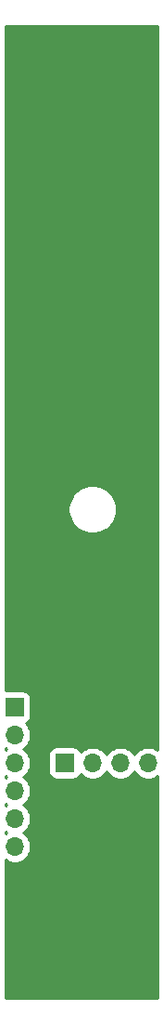
<source format=gbl>
%TF.GenerationSoftware,KiCad,Pcbnew,5.99.0+really5.1.9+dfsg1-1*%
%TF.CreationDate,2021-05-09T00:16:48+10:00*%
%TF.ProjectId,minisynth32,6d696e69-7379-46e7-9468-33322e6b6963,1.0*%
%TF.SameCoordinates,Original*%
%TF.FileFunction,Copper,L2,Bot*%
%TF.FilePolarity,Positive*%
%FSLAX46Y46*%
G04 Gerber Fmt 4.6, Leading zero omitted, Abs format (unit mm)*
G04 Created by KiCad (PCBNEW 5.99.0+really5.1.9+dfsg1-1) date 2021-05-09 00:16:48*
%MOMM*%
%LPD*%
G01*
G04 APERTURE LIST*
%TA.AperFunction,ComponentPad*%
%ADD10O,1.700000X1.700000*%
%TD*%
%TA.AperFunction,ComponentPad*%
%ADD11R,1.700000X1.700000*%
%TD*%
%TA.AperFunction,NonConductor*%
%ADD12C,0.254000*%
%TD*%
%TA.AperFunction,NonConductor*%
%ADD13C,0.100000*%
%TD*%
G04 APERTURE END LIST*
D10*
%TO.P,J7,4*%
%TO.N,Net-(J6-Pad6)*%
X125476000Y-119634000D03*
%TO.P,J7,3*%
%TO.N,Net-(J6-Pad5)*%
X122936000Y-119634000D03*
%TO.P,J7,2*%
%TO.N,Net-(J6-Pad4)*%
X120396000Y-119634000D03*
D11*
%TO.P,J7,1*%
%TO.N,Net-(J6-Pad3)*%
X117856000Y-119634000D03*
%TD*%
D10*
%TO.P,J6,6*%
%TO.N,Net-(J6-Pad6)*%
X113284000Y-127254000D03*
%TO.P,J6,5*%
%TO.N,Net-(J6-Pad5)*%
X113284000Y-124714000D03*
%TO.P,J6,4*%
%TO.N,Net-(J6-Pad4)*%
X113284000Y-122174000D03*
%TO.P,J6,3*%
%TO.N,Net-(J6-Pad3)*%
X113284000Y-119634000D03*
%TO.P,J6,2*%
%TO.N,Net-(J6-Pad2)*%
X113284000Y-117094000D03*
D11*
%TO.P,J6,1*%
%TO.N,Net-(J6-Pad1)*%
X113284000Y-114554000D03*
%TD*%
D12*
X126340001Y-68801581D02*
X126340000Y-73438418D01*
X126340001Y-73438428D01*
X126340000Y-112808418D01*
X126340001Y-112808428D01*
X126340000Y-117380418D01*
X126340001Y-117380428D01*
X126340001Y-118425313D01*
X126179411Y-118318010D01*
X125909158Y-118206068D01*
X125622260Y-118149000D01*
X125329740Y-118149000D01*
X125042842Y-118206068D01*
X124772589Y-118318010D01*
X124529368Y-118480525D01*
X124322525Y-118687368D01*
X124206000Y-118861760D01*
X124089475Y-118687368D01*
X123882632Y-118480525D01*
X123639411Y-118318010D01*
X123369158Y-118206068D01*
X123082260Y-118149000D01*
X122789740Y-118149000D01*
X122502842Y-118206068D01*
X122232589Y-118318010D01*
X121989368Y-118480525D01*
X121782525Y-118687368D01*
X121666000Y-118861760D01*
X121549475Y-118687368D01*
X121342632Y-118480525D01*
X121099411Y-118318010D01*
X120829158Y-118206068D01*
X120542260Y-118149000D01*
X120249740Y-118149000D01*
X119962842Y-118206068D01*
X119692589Y-118318010D01*
X119449368Y-118480525D01*
X119317513Y-118612380D01*
X119295502Y-118539820D01*
X119236537Y-118429506D01*
X119157185Y-118332815D01*
X119060494Y-118253463D01*
X118950180Y-118194498D01*
X118830482Y-118158188D01*
X118706000Y-118145928D01*
X117006000Y-118145928D01*
X116881518Y-118158188D01*
X116761820Y-118194498D01*
X116651506Y-118253463D01*
X116554815Y-118332815D01*
X116475463Y-118429506D01*
X116416498Y-118539820D01*
X116380188Y-118659518D01*
X116367928Y-118784000D01*
X116367928Y-120484000D01*
X116380188Y-120608482D01*
X116416498Y-120728180D01*
X116475463Y-120838494D01*
X116554815Y-120935185D01*
X116651506Y-121014537D01*
X116761820Y-121073502D01*
X116881518Y-121109812D01*
X117006000Y-121122072D01*
X118706000Y-121122072D01*
X118830482Y-121109812D01*
X118950180Y-121073502D01*
X119060494Y-121014537D01*
X119157185Y-120935185D01*
X119236537Y-120838494D01*
X119295502Y-120728180D01*
X119317513Y-120655620D01*
X119449368Y-120787475D01*
X119692589Y-120949990D01*
X119962842Y-121061932D01*
X120249740Y-121119000D01*
X120542260Y-121119000D01*
X120829158Y-121061932D01*
X121099411Y-120949990D01*
X121342632Y-120787475D01*
X121549475Y-120580632D01*
X121666000Y-120406240D01*
X121782525Y-120580632D01*
X121989368Y-120787475D01*
X122232589Y-120949990D01*
X122502842Y-121061932D01*
X122789740Y-121119000D01*
X123082260Y-121119000D01*
X123369158Y-121061932D01*
X123639411Y-120949990D01*
X123882632Y-120787475D01*
X124089475Y-120580632D01*
X124206000Y-120406240D01*
X124322525Y-120580632D01*
X124529368Y-120787475D01*
X124772589Y-120949990D01*
X125042842Y-121061932D01*
X125329740Y-121119000D01*
X125622260Y-121119000D01*
X125909158Y-121061932D01*
X126179411Y-120949990D01*
X126340000Y-120842688D01*
X126340000Y-122649582D01*
X126340001Y-141072000D01*
X112420000Y-141072000D01*
X112420000Y-128462688D01*
X112580589Y-128569990D01*
X112850842Y-128681932D01*
X113137740Y-128739000D01*
X113430260Y-128739000D01*
X113717158Y-128681932D01*
X113987411Y-128569990D01*
X114230632Y-128407475D01*
X114437475Y-128200632D01*
X114599990Y-127957411D01*
X114711932Y-127687158D01*
X114769000Y-127400260D01*
X114769000Y-127107740D01*
X114711932Y-126820842D01*
X114599990Y-126550589D01*
X114437475Y-126307368D01*
X114230632Y-126100525D01*
X114056240Y-125984000D01*
X114230632Y-125867475D01*
X114437475Y-125660632D01*
X114599990Y-125417411D01*
X114711932Y-125147158D01*
X114769000Y-124860260D01*
X114769000Y-124567740D01*
X114711932Y-124280842D01*
X114599990Y-124010589D01*
X114437475Y-123767368D01*
X114230632Y-123560525D01*
X114056240Y-123444000D01*
X114230632Y-123327475D01*
X114437475Y-123120632D01*
X114599990Y-122877411D01*
X114711932Y-122607158D01*
X114769000Y-122320260D01*
X114769000Y-122027740D01*
X114711932Y-121740842D01*
X114599990Y-121470589D01*
X114437475Y-121227368D01*
X114230632Y-121020525D01*
X114056240Y-120904000D01*
X114230632Y-120787475D01*
X114437475Y-120580632D01*
X114599990Y-120337411D01*
X114711932Y-120067158D01*
X114769000Y-119780260D01*
X114769000Y-119487740D01*
X114711932Y-119200842D01*
X114599990Y-118930589D01*
X114437475Y-118687368D01*
X114230632Y-118480525D01*
X114056240Y-118364000D01*
X114230632Y-118247475D01*
X114437475Y-118040632D01*
X114599990Y-117797411D01*
X114711932Y-117527158D01*
X114769000Y-117240260D01*
X114769000Y-116947740D01*
X114711932Y-116660842D01*
X114599990Y-116390589D01*
X114437475Y-116147368D01*
X114305620Y-116015513D01*
X114378180Y-115993502D01*
X114488494Y-115934537D01*
X114585185Y-115855185D01*
X114664537Y-115758494D01*
X114723502Y-115648180D01*
X114759812Y-115528482D01*
X114772072Y-115404000D01*
X114772072Y-113704000D01*
X114759812Y-113579518D01*
X114723502Y-113459820D01*
X114664537Y-113349506D01*
X114585185Y-113252815D01*
X114488494Y-113173463D01*
X114378180Y-113114498D01*
X114258482Y-113078188D01*
X114134000Y-113065928D01*
X112434000Y-113065928D01*
X112420000Y-113067307D01*
X112420000Y-96299872D01*
X118161000Y-96299872D01*
X118161000Y-96740128D01*
X118246890Y-97171925D01*
X118415369Y-97578669D01*
X118659962Y-97944729D01*
X118971271Y-98256038D01*
X119337331Y-98500631D01*
X119744075Y-98669110D01*
X120175872Y-98755000D01*
X120616128Y-98755000D01*
X121047925Y-98669110D01*
X121454669Y-98500631D01*
X121820729Y-98256038D01*
X122132038Y-97944729D01*
X122376631Y-97578669D01*
X122545110Y-97171925D01*
X122631000Y-96740128D01*
X122631000Y-96299872D01*
X122545110Y-95868075D01*
X122376631Y-95461331D01*
X122132038Y-95095271D01*
X121820729Y-94783962D01*
X121454669Y-94539369D01*
X121047925Y-94370890D01*
X120616128Y-94285000D01*
X120175872Y-94285000D01*
X119744075Y-94370890D01*
X119337331Y-94539369D01*
X118971271Y-94783962D01*
X118659962Y-95095271D01*
X118415369Y-95461331D01*
X118246890Y-95868075D01*
X118161000Y-96299872D01*
X112420000Y-96299872D01*
X112420000Y-52476000D01*
X126340000Y-52476000D01*
X126340001Y-68801581D01*
%TA.AperFunction,NonConductor*%
D13*
G36*
X126340001Y-68801581D02*
G01*
X126340000Y-73438418D01*
X126340001Y-73438428D01*
X126340000Y-112808418D01*
X126340001Y-112808428D01*
X126340000Y-117380418D01*
X126340001Y-117380428D01*
X126340001Y-118425313D01*
X126179411Y-118318010D01*
X125909158Y-118206068D01*
X125622260Y-118149000D01*
X125329740Y-118149000D01*
X125042842Y-118206068D01*
X124772589Y-118318010D01*
X124529368Y-118480525D01*
X124322525Y-118687368D01*
X124206000Y-118861760D01*
X124089475Y-118687368D01*
X123882632Y-118480525D01*
X123639411Y-118318010D01*
X123369158Y-118206068D01*
X123082260Y-118149000D01*
X122789740Y-118149000D01*
X122502842Y-118206068D01*
X122232589Y-118318010D01*
X121989368Y-118480525D01*
X121782525Y-118687368D01*
X121666000Y-118861760D01*
X121549475Y-118687368D01*
X121342632Y-118480525D01*
X121099411Y-118318010D01*
X120829158Y-118206068D01*
X120542260Y-118149000D01*
X120249740Y-118149000D01*
X119962842Y-118206068D01*
X119692589Y-118318010D01*
X119449368Y-118480525D01*
X119317513Y-118612380D01*
X119295502Y-118539820D01*
X119236537Y-118429506D01*
X119157185Y-118332815D01*
X119060494Y-118253463D01*
X118950180Y-118194498D01*
X118830482Y-118158188D01*
X118706000Y-118145928D01*
X117006000Y-118145928D01*
X116881518Y-118158188D01*
X116761820Y-118194498D01*
X116651506Y-118253463D01*
X116554815Y-118332815D01*
X116475463Y-118429506D01*
X116416498Y-118539820D01*
X116380188Y-118659518D01*
X116367928Y-118784000D01*
X116367928Y-120484000D01*
X116380188Y-120608482D01*
X116416498Y-120728180D01*
X116475463Y-120838494D01*
X116554815Y-120935185D01*
X116651506Y-121014537D01*
X116761820Y-121073502D01*
X116881518Y-121109812D01*
X117006000Y-121122072D01*
X118706000Y-121122072D01*
X118830482Y-121109812D01*
X118950180Y-121073502D01*
X119060494Y-121014537D01*
X119157185Y-120935185D01*
X119236537Y-120838494D01*
X119295502Y-120728180D01*
X119317513Y-120655620D01*
X119449368Y-120787475D01*
X119692589Y-120949990D01*
X119962842Y-121061932D01*
X120249740Y-121119000D01*
X120542260Y-121119000D01*
X120829158Y-121061932D01*
X121099411Y-120949990D01*
X121342632Y-120787475D01*
X121549475Y-120580632D01*
X121666000Y-120406240D01*
X121782525Y-120580632D01*
X121989368Y-120787475D01*
X122232589Y-120949990D01*
X122502842Y-121061932D01*
X122789740Y-121119000D01*
X123082260Y-121119000D01*
X123369158Y-121061932D01*
X123639411Y-120949990D01*
X123882632Y-120787475D01*
X124089475Y-120580632D01*
X124206000Y-120406240D01*
X124322525Y-120580632D01*
X124529368Y-120787475D01*
X124772589Y-120949990D01*
X125042842Y-121061932D01*
X125329740Y-121119000D01*
X125622260Y-121119000D01*
X125909158Y-121061932D01*
X126179411Y-120949990D01*
X126340000Y-120842688D01*
X126340000Y-122649582D01*
X126340001Y-141072000D01*
X112420000Y-141072000D01*
X112420000Y-128462688D01*
X112580589Y-128569990D01*
X112850842Y-128681932D01*
X113137740Y-128739000D01*
X113430260Y-128739000D01*
X113717158Y-128681932D01*
X113987411Y-128569990D01*
X114230632Y-128407475D01*
X114437475Y-128200632D01*
X114599990Y-127957411D01*
X114711932Y-127687158D01*
X114769000Y-127400260D01*
X114769000Y-127107740D01*
X114711932Y-126820842D01*
X114599990Y-126550589D01*
X114437475Y-126307368D01*
X114230632Y-126100525D01*
X114056240Y-125984000D01*
X114230632Y-125867475D01*
X114437475Y-125660632D01*
X114599990Y-125417411D01*
X114711932Y-125147158D01*
X114769000Y-124860260D01*
X114769000Y-124567740D01*
X114711932Y-124280842D01*
X114599990Y-124010589D01*
X114437475Y-123767368D01*
X114230632Y-123560525D01*
X114056240Y-123444000D01*
X114230632Y-123327475D01*
X114437475Y-123120632D01*
X114599990Y-122877411D01*
X114711932Y-122607158D01*
X114769000Y-122320260D01*
X114769000Y-122027740D01*
X114711932Y-121740842D01*
X114599990Y-121470589D01*
X114437475Y-121227368D01*
X114230632Y-121020525D01*
X114056240Y-120904000D01*
X114230632Y-120787475D01*
X114437475Y-120580632D01*
X114599990Y-120337411D01*
X114711932Y-120067158D01*
X114769000Y-119780260D01*
X114769000Y-119487740D01*
X114711932Y-119200842D01*
X114599990Y-118930589D01*
X114437475Y-118687368D01*
X114230632Y-118480525D01*
X114056240Y-118364000D01*
X114230632Y-118247475D01*
X114437475Y-118040632D01*
X114599990Y-117797411D01*
X114711932Y-117527158D01*
X114769000Y-117240260D01*
X114769000Y-116947740D01*
X114711932Y-116660842D01*
X114599990Y-116390589D01*
X114437475Y-116147368D01*
X114305620Y-116015513D01*
X114378180Y-115993502D01*
X114488494Y-115934537D01*
X114585185Y-115855185D01*
X114664537Y-115758494D01*
X114723502Y-115648180D01*
X114759812Y-115528482D01*
X114772072Y-115404000D01*
X114772072Y-113704000D01*
X114759812Y-113579518D01*
X114723502Y-113459820D01*
X114664537Y-113349506D01*
X114585185Y-113252815D01*
X114488494Y-113173463D01*
X114378180Y-113114498D01*
X114258482Y-113078188D01*
X114134000Y-113065928D01*
X112434000Y-113065928D01*
X112420000Y-113067307D01*
X112420000Y-96299872D01*
X118161000Y-96299872D01*
X118161000Y-96740128D01*
X118246890Y-97171925D01*
X118415369Y-97578669D01*
X118659962Y-97944729D01*
X118971271Y-98256038D01*
X119337331Y-98500631D01*
X119744075Y-98669110D01*
X120175872Y-98755000D01*
X120616128Y-98755000D01*
X121047925Y-98669110D01*
X121454669Y-98500631D01*
X121820729Y-98256038D01*
X122132038Y-97944729D01*
X122376631Y-97578669D01*
X122545110Y-97171925D01*
X122631000Y-96740128D01*
X122631000Y-96299872D01*
X122545110Y-95868075D01*
X122376631Y-95461331D01*
X122132038Y-95095271D01*
X121820729Y-94783962D01*
X121454669Y-94539369D01*
X121047925Y-94370890D01*
X120616128Y-94285000D01*
X120175872Y-94285000D01*
X119744075Y-94370890D01*
X119337331Y-94539369D01*
X118971271Y-94783962D01*
X118659962Y-95095271D01*
X118415369Y-95461331D01*
X118246890Y-95868075D01*
X118161000Y-96299872D01*
X112420000Y-96299872D01*
X112420000Y-52476000D01*
X126340000Y-52476000D01*
X126340001Y-68801581D01*
G37*
%TD.AperFunction*%
D12*
X112511760Y-125984000D02*
X112420000Y-126045312D01*
X112420000Y-125922688D01*
X112511760Y-125984000D01*
%TA.AperFunction,NonConductor*%
D13*
G36*
X112511760Y-125984000D02*
G01*
X112420000Y-126045312D01*
X112420000Y-125922688D01*
X112511760Y-125984000D01*
G37*
%TD.AperFunction*%
D12*
X112511760Y-123444000D02*
X112420000Y-123505312D01*
X112420000Y-123382688D01*
X112511760Y-123444000D01*
%TA.AperFunction,NonConductor*%
D13*
G36*
X112511760Y-123444000D02*
G01*
X112420000Y-123505312D01*
X112420000Y-123382688D01*
X112511760Y-123444000D01*
G37*
%TD.AperFunction*%
D12*
X112511760Y-120904000D02*
X112420000Y-120965312D01*
X112420000Y-120842688D01*
X112511760Y-120904000D01*
%TA.AperFunction,NonConductor*%
D13*
G36*
X112511760Y-120904000D02*
G01*
X112420000Y-120965312D01*
X112420000Y-120842688D01*
X112511760Y-120904000D01*
G37*
%TD.AperFunction*%
D12*
X112511760Y-118364000D02*
X112420000Y-118425312D01*
X112420000Y-118302688D01*
X112511760Y-118364000D01*
%TA.AperFunction,NonConductor*%
D13*
G36*
X112511760Y-118364000D02*
G01*
X112420000Y-118425312D01*
X112420000Y-118302688D01*
X112511760Y-118364000D01*
G37*
%TD.AperFunction*%
M02*

</source>
